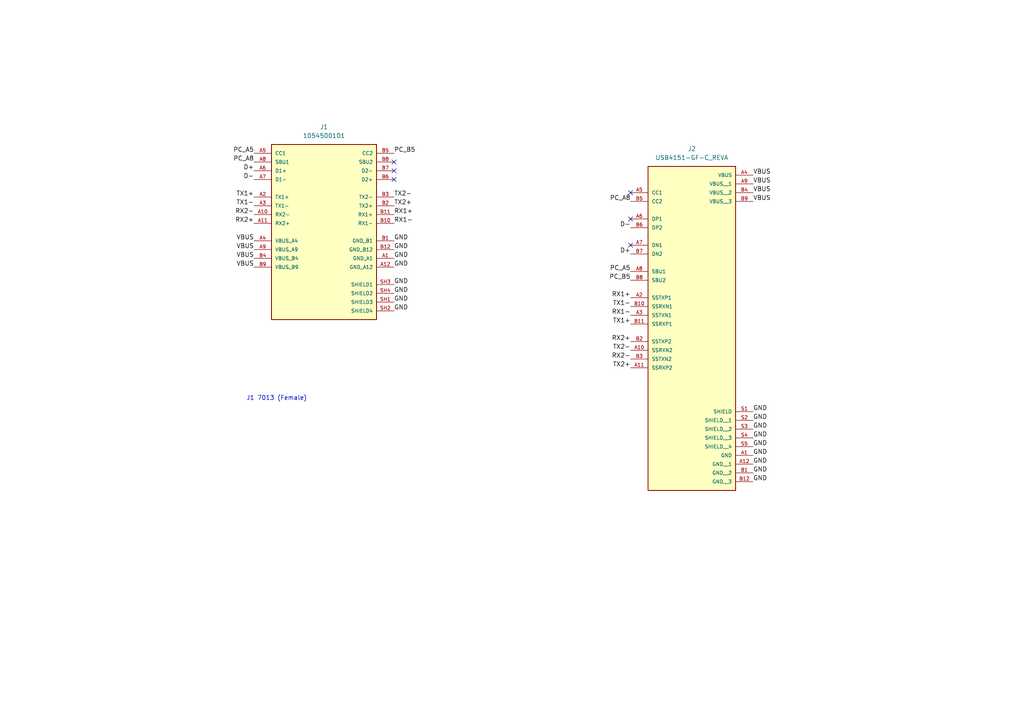
<source format=kicad_sch>
(kicad_sch (version 20231120) (generator "eeschema") (generator_version "8.0")
  (paper "A4")
  (lib_symbols
    (symbol "JLC_Library:1054500101" (pin_names (offset 1.016))
      (property "Reference" "J" (at -15.24 26.162 0))
      (property "Value" "1054500101" (at -15.24 -27.94 0))
      (symbol "1054500101_0_0"
        (rectangle (start -15.24 -25.4) (end 15.24 25.4) (stroke (width 0.254)) (fill (type background)))
        (pin power_in line (at 20.32 -7.62 180) (length 5.08) (name "GND_A1") (number "A1"))
        (pin bidirectional line (at -20.32 5.08 0) (length 5.08) (name "RX2-") (number "A10"))
        (pin bidirectional line (at -20.32 2.54 0) (length 5.08) (name "RX2+") (number "A11"))
        (pin power_in line (at 20.32 -10.16 180) (length 5.08) (name "GND_A12") (number "A12"))
        (pin bidirectional line (at -20.32 10.16 0) (length 5.08) (name "TX1+") (number "A2"))
        (pin bidirectional line (at -20.32 7.62 0) (length 5.08) (name "TX1-") (number "A3"))
        (pin power_in line (at -20.32 -2.54 0) (length 5.08) (name "VBUS_A4") (number "A4"))
        (pin bidirectional line (at -20.32 22.86 0) (length 5.08) (name "CC1") (number "A5"))
        (pin bidirectional line (at -20.32 17.78 0) (length 5.08) (name "D1+") (number "A6"))
        (pin bidirectional line (at -20.32 15.24 0) (length 5.08) (name "D1-") (number "A7"))
        (pin bidirectional line (at -20.32 20.32 0) (length 5.08) (name "SBU1") (number "A8"))
        (pin power_in line (at -20.32 -5.08 0) (length 5.08) (name "VBUS_A9") (number "A9"))
        (pin power_in line (at 20.32 -2.54 180) (length 5.08) (name "GND_B1") (number "B1"))
        (pin bidirectional line (at 20.32 2.54 180) (length 5.08) (name "RX1-") (number "B10"))
        (pin bidirectional line (at 20.32 5.08 180) (length 5.08) (name "RX1+") (number "B11"))
        (pin power_in line (at 20.32 -5.08 180) (length 5.08) (name "GND_B12") (number "B12"))
        (pin bidirectional line (at 20.32 7.62 180) (length 5.08) (name "TX2+") (number "B2"))
        (pin bidirectional line (at 20.32 10.16 180) (length 5.08) (name "TX2-") (number "B3"))
        (pin power_in line (at -20.32 -7.62 0) (length 5.08) (name "VBUS_B4") (number "B4"))
        (pin bidirectional line (at 20.32 22.86 180) (length 5.08) (name "CC2") (number "B5"))
        (pin bidirectional line (at 20.32 15.24 180) (length 5.08) (name "D2+") (number "B6"))
        (pin bidirectional line (at 20.32 17.78 180) (length 5.08) (name "D2-") (number "B7"))
        (pin bidirectional line (at 20.32 20.32 180) (length 5.08) (name "SBU2") (number "B8"))
        (pin power_in line (at -20.32 -10.16 0) (length 5.08) (name "VBUS_B9") (number "B9"))
        (pin passive line (at 20.32 -20.32 180) (length 5.08) (name "SHIELD3") (number "SH1"))
        (pin passive line (at 20.32 -22.86 180) (length 5.08) (name "SHIELD4") (number "SH2"))
        (pin passive line (at 20.32 -15.24 180) (length 5.08) (name "SHIELD1") (number "SH3"))
        (pin passive line (at 20.32 -17.78 180) (length 5.08) (name "SHIELD2") (number "SH4"))
      )
    )
    (symbol "JLC_Library:USB4151-GF-C_REVA" (pin_names (offset 1.016))
      (property "Reference" "J" (at -12.7 34.29 0))
      (property "Value" "USB4151-GF-C_REVA" (at -12.7 -63.5 0))
      (symbol "USB4151-GF-C_REVA_0_0"
        (rectangle (start -12.7 -60.96) (end 12.7 33.02) (stroke (width 0.254)) (fill (type background)))
        (pin power_in line (at 17.78 -50.8 180) (length 5.08) (name "GND") (number "A1"))
        (pin passive line (at -17.78 -20.32 0) (length 5.08) (name "SSRXN2") (number "A10"))
        (pin passive line (at -17.78 -25.4 0) (length 5.08) (name "SSRXP2") (number "A11"))
        (pin power_in line (at 17.78 -53.34 180) (length 5.08) (name "GND__1") (number "A12"))
        (pin passive line (at -17.78 -5.08 0) (length 5.08) (name "SSTXP1") (number "A2"))
        (pin passive line (at -17.78 -10.16 0) (length 5.08) (name "SSTXN1") (number "A3"))
        (pin power_in line (at 17.78 30.48 180) (length 5.08) (name "VBUS") (number "A4"))
        (pin passive line (at -17.78 25.4 0) (length 5.08) (name "CC1") (number "A5"))
        (pin passive line (at -17.78 17.78 0) (length 5.08) (name "DP1") (number "A6"))
        (pin passive line (at -17.78 10.16 0) (length 5.08) (name "DN1") (number "A7"))
        (pin passive line (at -17.78 2.54 0) (length 5.08) (name "SBU1") (number "A8"))
        (pin power_in line (at 17.78 27.94 180) (length 5.08) (name "VBUS__1") (number "A9"))
        (pin power_in line (at 17.78 -55.88 180) (length 5.08) (name "GND__2") (number "B1"))
        (pin passive line (at -17.78 -7.62 0) (length 5.08) (name "SSRXN1") (number "B10"))
        (pin passive line (at -17.78 -12.7 0) (length 5.08) (name "SSRXP1") (number "B11"))
        (pin power_in line (at 17.78 -58.42 180) (length 5.08) (name "GND__3") (number "B12"))
        (pin passive line (at -17.78 -17.78 0) (length 5.08) (name "SSTXP2") (number "B2"))
        (pin passive line (at -17.78 -22.86 0) (length 5.08) (name "SSTXN2") (number "B3"))
        (pin power_in line (at 17.78 25.4 180) (length 5.08) (name "VBUS__2") (number "B4"))
        (pin passive line (at -17.78 22.86 0) (length 5.08) (name "CC2") (number "B5"))
        (pin passive line (at -17.78 15.24 0) (length 5.08) (name "DP2") (number "B6"))
        (pin passive line (at -17.78 7.62 0) (length 5.08) (name "DN2") (number "B7"))
        (pin passive line (at -17.78 0 0) (length 5.08) (name "SBU2") (number "B8"))
        (pin power_in line (at 17.78 22.86 180) (length 5.08) (name "VBUS__3") (number "B9"))
        (pin passive line (at 17.78 -38.1 180) (length 5.08) (name "SHIELD") (number "S1"))
        (pin passive line (at 17.78 -40.64 180) (length 5.08) (name "SHIELD__1") (number "S2"))
        (pin passive line (at 17.78 -43.18 180) (length 5.08) (name "SHIELD__2") (number "S3"))
        (pin passive line (at 17.78 -45.72 180) (length 5.08) (name "SHIELD__3") (number "S4"))
        (pin passive line (at 17.78 -48.26 180) (length 5.08) (name "SHIELD__4") (number "S5"))
      )
    )
  )
  (no_connect (at 114.3 49.53))
  (no_connect (at 182.88 71.12))
  (no_connect (at 114.3 46.99))
  (no_connect (at 182.88 63.5))
  (no_connect (at 114.3 52.07))
  (no_connect (at 182.88 55.88))
  (text "J1 7013 (Female)" (at 80.264 115.57 0) (effects (font (size 1.27 1.27))))
  (label "D+" (at 182.88 73.66 180))
  (label "VBUS" (at 218.44 55.88 0))
  (label "GND" (at 218.44 124.46 0))
  (label "RX1+" (at 114.3 62.23 0))
  (label "PC_B5" (at 114.3 44.45 0))
  (label "TX2-" (at 182.88 101.6 180))
  (label "GND" (at 114.3 69.85 0))
  (label "GND" (at 218.44 129.54 0))
  (label "TX1-" (at 73.66 59.69 180))
  (label "VBUS" (at 73.66 77.47 180))
  (label "TX1+" (at 73.66 57.15 180))
  (label "RX1+" (at 182.88 86.36 180))
  (label "RX1-" (at 182.88 91.44 180))
  (label "RX2+" (at 182.88 99.06 180))
  (label "TX1+" (at 182.88 93.98 180))
  (label "GND" (at 114.3 82.55 0))
  (label "TX2+" (at 182.88 106.68 180))
  (label "GND" (at 114.3 87.63 0))
  (label "PC_A5" (at 73.66 44.45 180))
  (label "RX2-" (at 73.66 62.23 180))
  (label "GND" (at 218.44 119.38 0))
  (label "GND" (at 114.3 74.93 0))
  (label "VBUS" (at 218.44 50.8 0))
  (label "VBUS" (at 73.66 72.39 180))
  (label "RX2-" (at 182.88 104.14 180))
  (label "PC_B5" (at 182.88 81.28 180))
  (label "TX2+" (at 114.3 59.69 0))
  (label "RX2+" (at 73.66 64.77 180))
  (label "VBUS" (at 218.44 53.34 0))
  (label "GND" (at 218.44 137.16 0))
  (label "D-" (at 73.66 52.07 180))
  (label "VBUS" (at 73.66 74.93 180))
  (label "GND" (at 218.44 121.92 0))
  (label "GND" (at 218.44 139.7 0))
  (label "PC_A8" (at 182.88 58.42 180))
  (label "GND" (at 218.44 132.08 0))
  (label "GND" (at 114.3 72.39 0))
  (label "GND" (at 114.3 85.09 0))
  (label "GND" (at 114.3 90.17 0))
  (label "D+" (at 73.66 49.53 180))
  (label "VBUS" (at 73.66 69.85 180))
  (label "GND" (at 218.44 127 0))
  (label "GND" (at 114.3 77.47 0))
  (label "PC_A5" (at 182.88 78.74 180))
  (label "VBUS" (at 218.44 58.42 0))
  (label "TX1-" (at 182.88 88.9 180))
  (label "D-" (at 182.88 66.04 180))
  (label "RX1-" (at 114.3 64.77 0))
  (label "GND" (at 218.44 134.62 0))
  (label "PC_A8" (at 73.66 46.99 180))
  (label "TX2-" (at 114.3 57.15 0))
  (symbol (lib_id "JLC_Library:1054500101") (at 93.98 67.31 0) (unit 1)
    (property "Reference" "J1" (at 93.98 36.83 0))
    (property "Value" "1054500101" (at 93.98 39.37 0))
    (property "Footprint" "JLC:MOLEX_1054500101" (effects (hide yes)))
    (property "PARTREV" "A7" (effects (hide yes)))
    (property "STANDARD" "Manufacturer Recommendations" (effects (hide yes)))
    (property "OPTION" "MOLEX_CONFIG" (effects (hide yes)))
    (property "MAXIMUM_PACKAGE_HEIGHT" "3.24mm" (effects (hide yes)))
    (property "MANUFACTURER" "Molex" (effects (hide yes)))
  )
  (symbol (lib_id "JLC_Library:USB4151-GF-C_REVA") (at 200.66 81.28 0) (unit 1)
    (property "Reference" "J2" (at 200.66 43.18 0))
    (property "Value" "USB4151-GF-C_REVA" (at 200.66 45.72 0))
    (property "Footprint" "JLC:GCT_USB4151-GF-C_REVA" (effects (hide yes)))
    (property "PARTREV" "A" (effects (hide yes)))
    (property "STANDARD" "Manufacturer Recommendations" (effects (hide yes)))
    (property "MAXIMUM_PACKAGE_HEIGHT" "11.1mm" (effects (hide yes)))
    (property "MANUFACTURER" "Global Connector Technology" (effects (hide yes)))
  )
)
</source>
